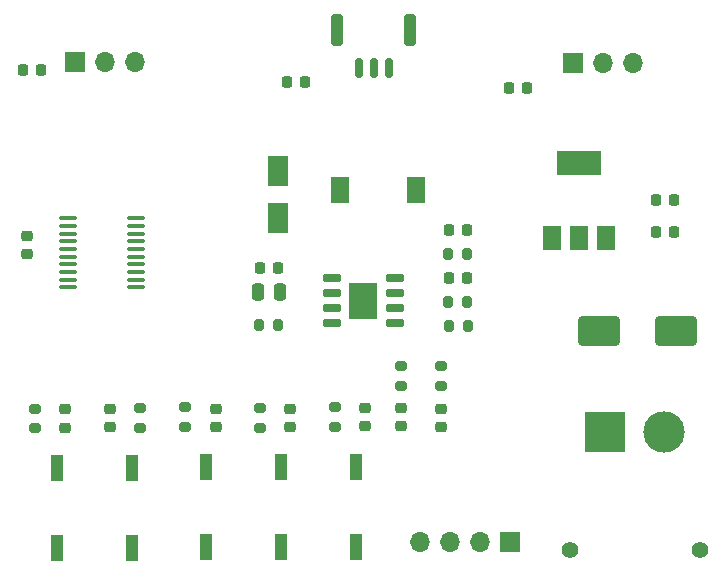
<source format=gbr>
%TF.GenerationSoftware,KiCad,Pcbnew,(6.0.6)*%
%TF.CreationDate,2022-10-01T00:42:19+08:00*%
%TF.ProjectId,Scratch_control,53637261-7463-4685-9f63-6f6e74726f6c,rev?*%
%TF.SameCoordinates,Original*%
%TF.FileFunction,Soldermask,Top*%
%TF.FilePolarity,Negative*%
%FSLAX46Y46*%
G04 Gerber Fmt 4.6, Leading zero omitted, Abs format (unit mm)*
G04 Created by KiCad (PCBNEW (6.0.6)) date 2022-10-01 00:42:19*
%MOMM*%
%LPD*%
G01*
G04 APERTURE LIST*
G04 Aperture macros list*
%AMRoundRect*
0 Rectangle with rounded corners*
0 $1 Rounding radius*
0 $2 $3 $4 $5 $6 $7 $8 $9 X,Y pos of 4 corners*
0 Add a 4 corners polygon primitive as box body*
4,1,4,$2,$3,$4,$5,$6,$7,$8,$9,$2,$3,0*
0 Add four circle primitives for the rounded corners*
1,1,$1+$1,$2,$3*
1,1,$1+$1,$4,$5*
1,1,$1+$1,$6,$7*
1,1,$1+$1,$8,$9*
0 Add four rect primitives between the rounded corners*
20,1,$1+$1,$2,$3,$4,$5,0*
20,1,$1+$1,$4,$5,$6,$7,0*
20,1,$1+$1,$6,$7,$8,$9,0*
20,1,$1+$1,$8,$9,$2,$3,0*%
G04 Aperture macros list end*
%ADD10RoundRect,0.225000X-0.225000X-0.250000X0.225000X-0.250000X0.225000X0.250000X-0.225000X0.250000X0*%
%ADD11RoundRect,0.250000X-0.250000X-0.475000X0.250000X-0.475000X0.250000X0.475000X-0.250000X0.475000X0*%
%ADD12R,1.120000X2.160000*%
%ADD13RoundRect,0.150000X0.150000X0.700000X-0.150000X0.700000X-0.150000X-0.700000X0.150000X-0.700000X0*%
%ADD14RoundRect,0.250000X0.250000X1.100000X-0.250000X1.100000X-0.250000X-1.100000X0.250000X-1.100000X0*%
%ADD15R,1.700000X1.700000*%
%ADD16O,1.700000X1.700000*%
%ADD17RoundRect,0.150000X-0.650000X-0.150000X0.650000X-0.150000X0.650000X0.150000X-0.650000X0.150000X0*%
%ADD18R,2.410000X3.100000*%
%ADD19C,1.400000*%
%ADD20R,3.500000X3.500000*%
%ADD21C,3.500000*%
%ADD22R,1.800000X2.500000*%
%ADD23RoundRect,0.225000X0.225000X0.250000X-0.225000X0.250000X-0.225000X-0.250000X0.225000X-0.250000X0*%
%ADD24R,1.500000X2.000000*%
%ADD25R,3.800000X2.000000*%
%ADD26RoundRect,0.200000X0.275000X-0.200000X0.275000X0.200000X-0.275000X0.200000X-0.275000X-0.200000X0*%
%ADD27R,1.500000X2.200000*%
%ADD28RoundRect,0.200000X-0.275000X0.200000X-0.275000X-0.200000X0.275000X-0.200000X0.275000X0.200000X0*%
%ADD29RoundRect,0.225000X-0.250000X0.225000X-0.250000X-0.225000X0.250000X-0.225000X0.250000X0.225000X0*%
%ADD30RoundRect,0.218750X-0.256250X0.218750X-0.256250X-0.218750X0.256250X-0.218750X0.256250X0.218750X0*%
%ADD31RoundRect,0.225000X0.250000X-0.225000X0.250000X0.225000X-0.250000X0.225000X-0.250000X-0.225000X0*%
%ADD32RoundRect,0.200000X0.200000X0.275000X-0.200000X0.275000X-0.200000X-0.275000X0.200000X-0.275000X0*%
%ADD33RoundRect,0.250000X-1.500000X-1.000000X1.500000X-1.000000X1.500000X1.000000X-1.500000X1.000000X0*%
%ADD34RoundRect,0.100000X-0.637500X-0.100000X0.637500X-0.100000X0.637500X0.100000X-0.637500X0.100000X0*%
%ADD35RoundRect,0.200000X-0.200000X-0.275000X0.200000X-0.275000X0.200000X0.275000X-0.200000X0.275000X0*%
G04 APERTURE END LIST*
D10*
%TO.C,C16*%
X170929000Y-100330000D03*
X172479000Y-100330000D03*
%TD*%
%TO.C,C15*%
X152133000Y-99822000D03*
X153683000Y-99822000D03*
%TD*%
%TO.C,C14*%
X129781000Y-98806000D03*
X131331000Y-98806000D03*
%TD*%
D11*
%TO.C,C1*%
X149672000Y-117602000D03*
X151572000Y-117602000D03*
%TD*%
D12*
%TO.C,RST1*%
X132715000Y-132525000D03*
X132715000Y-139255000D03*
%TD*%
D13*
%TO.C,J3*%
X160762000Y-98624000D03*
X159512000Y-98624000D03*
X158262000Y-98624000D03*
D14*
X156412000Y-95424000D03*
X162612000Y-95424000D03*
%TD*%
D15*
%TO.C,J5*%
X171069000Y-138811000D03*
D16*
X168529000Y-138811000D03*
X165989000Y-138811000D03*
X163449000Y-138811000D03*
%TD*%
D17*
%TO.C,U2*%
X155973000Y-116459000D03*
X155973000Y-117729000D03*
X155973000Y-118999000D03*
X155973000Y-120269000D03*
X161273000Y-120269000D03*
X161273000Y-118999000D03*
X161273000Y-117729000D03*
X161273000Y-116459000D03*
D18*
X158623000Y-118364000D03*
%TD*%
D19*
%TO.C,J4*%
X176110000Y-139453000D03*
X187110000Y-139453000D03*
D20*
X179110000Y-129453000D03*
D21*
X184110000Y-129453000D03*
%TD*%
D15*
%TO.C,J2*%
X176418000Y-98228000D03*
D16*
X178958000Y-98228000D03*
X181498000Y-98228000D03*
%TD*%
D10*
%TO.C,C3*%
X165849000Y-112395000D03*
X167399000Y-112395000D03*
%TD*%
D22*
%TO.C,D3*%
X151384000Y-107347000D03*
X151384000Y-111347000D03*
%TD*%
D23*
%TO.C,C9*%
X184925000Y-109855000D03*
X183375000Y-109855000D03*
%TD*%
D24*
%TO.C,U1*%
X174611000Y-113005000D03*
D25*
X176911000Y-106705000D03*
D24*
X176911000Y-113005000D03*
X179211000Y-113005000D03*
%TD*%
D26*
%TO.C,R7*%
X143510000Y-129032000D03*
X143510000Y-127382000D03*
%TD*%
D27*
%TO.C,L1*%
X156693000Y-108966000D03*
X163093000Y-108966000D03*
%TD*%
D28*
%TO.C,R10*%
X130810000Y-127495800D03*
X130810000Y-129145800D03*
%TD*%
D12*
%TO.C,K2*%
X151638000Y-132474200D03*
X151638000Y-139204200D03*
%TD*%
D29*
%TO.C,C8*%
X146177000Y-127495000D03*
X146177000Y-129045000D03*
%TD*%
D12*
%TO.C,K4*%
X139065000Y-132525000D03*
X139065000Y-139255000D03*
%TD*%
D30*
%TO.C,D2*%
X161798000Y-127419500D03*
X161798000Y-128994500D03*
%TD*%
D28*
%TO.C,R1*%
X165227000Y-123889000D03*
X165227000Y-125539000D03*
%TD*%
D29*
%TO.C,C10*%
X133350000Y-127545800D03*
X133350000Y-129095800D03*
%TD*%
D31*
%TO.C,C12*%
X130175000Y-114440000D03*
X130175000Y-112890000D03*
%TD*%
D12*
%TO.C,K3*%
X145288000Y-132474200D03*
X145288000Y-139204200D03*
%TD*%
D29*
%TO.C,C6*%
X158750000Y-127432000D03*
X158750000Y-128982000D03*
%TD*%
D23*
%TO.C,C4*%
X151397000Y-115570000D03*
X149847000Y-115570000D03*
%TD*%
%TO.C,C5*%
X184925000Y-112522000D03*
X183375000Y-112522000D03*
%TD*%
D28*
%TO.C,R11*%
X139700000Y-127445000D03*
X139700000Y-129095000D03*
%TD*%
D30*
%TO.C,D1*%
X165227000Y-127482500D03*
X165227000Y-129057500D03*
%TD*%
D32*
%TO.C,R8*%
X167512000Y-120523000D03*
X165862000Y-120523000D03*
%TD*%
D12*
%TO.C,K1*%
X157988000Y-132474200D03*
X157988000Y-139204200D03*
%TD*%
D33*
%TO.C,C13*%
X178614000Y-120904000D03*
X185114000Y-120904000D03*
%TD*%
D34*
%TO.C,U3*%
X133662500Y-111375000D03*
X133662500Y-112025000D03*
X133662500Y-112675000D03*
X133662500Y-113325000D03*
X133662500Y-113975000D03*
X133662500Y-114625000D03*
X133662500Y-115275000D03*
X133662500Y-115925000D03*
X133662500Y-116575000D03*
X133662500Y-117225000D03*
X139387500Y-117225000D03*
X139387500Y-116575000D03*
X139387500Y-115925000D03*
X139387500Y-115275000D03*
X139387500Y-114625000D03*
X139387500Y-113975000D03*
X139387500Y-113325000D03*
X139387500Y-112675000D03*
X139387500Y-112025000D03*
X139387500Y-111375000D03*
%TD*%
D35*
%TO.C,R2*%
X165799000Y-114427000D03*
X167449000Y-114427000D03*
%TD*%
D26*
%TO.C,R5*%
X156210000Y-129032000D03*
X156210000Y-127382000D03*
%TD*%
D28*
%TO.C,R3*%
X161798000Y-123889000D03*
X161798000Y-125539000D03*
%TD*%
D31*
%TO.C,C11*%
X137160000Y-129045000D03*
X137160000Y-127495000D03*
%TD*%
D10*
%TO.C,C2*%
X165849000Y-116459000D03*
X167399000Y-116459000D03*
%TD*%
D29*
%TO.C,C7*%
X152400000Y-127495000D03*
X152400000Y-129045000D03*
%TD*%
D32*
%TO.C,R4*%
X151415000Y-120396000D03*
X149765000Y-120396000D03*
%TD*%
D35*
%TO.C,R9*%
X165799000Y-118491000D03*
X167449000Y-118491000D03*
%TD*%
D15*
%TO.C,J1*%
X134254000Y-98101000D03*
D16*
X136794000Y-98101000D03*
X139334000Y-98101000D03*
%TD*%
D26*
%TO.C,R6*%
X149860000Y-129095000D03*
X149860000Y-127445000D03*
%TD*%
M02*

</source>
